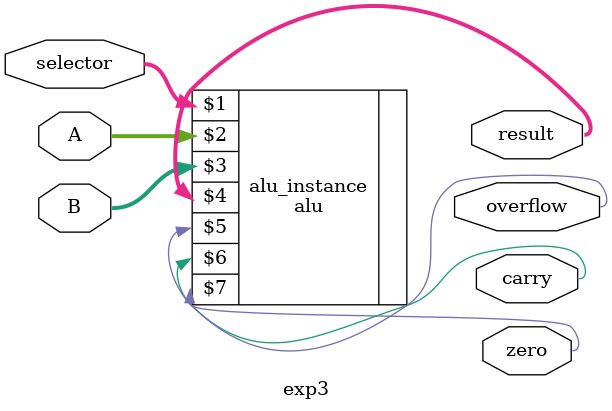
<source format=v>
module exp3(
    input [2:0] selector,
    input [3:0] A,
    input [3:0] B,
    output reg [3:0] result,
    output reg overflow,
    output reg carry,
    output reg zero);

alu #(4) alu_instance (
    selector, A, B, result, overflow, carry, zero
);

endmodule
</source>
